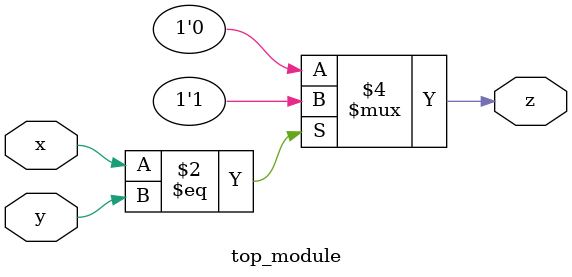
<source format=v>
module top_module ( input x, input y, output z );
    
    always @ (x or y)begin
        if (x==y) z = 1'b1;
        else z = 1'b0;
    end
    
endmodule
</source>
